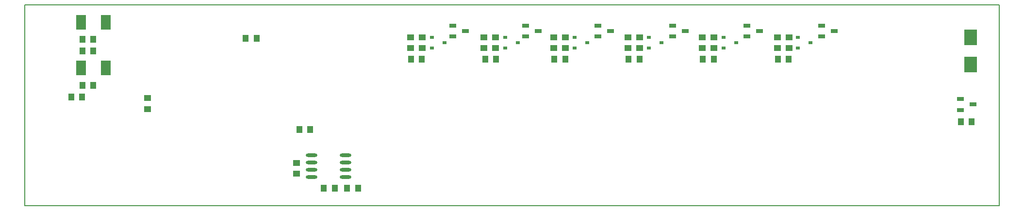
<source format=gbp>
G04 Layer_Color=128*
%FSLAX25Y25*%
%MOIN*%
G70*
G01*
G75*
%ADD16R,0.03937X0.04724*%
%ADD19R,0.09055X0.11024*%
%ADD27C,0.00500*%
%ADD42R,0.04724X0.03937*%
%ADD43O,0.07874X0.02400*%
%ADD44O,0.07874X0.02402*%
%ADD45R,0.07087X0.09843*%
%ADD46R,0.02953X0.02362*%
%ADD47R,0.04724X0.03150*%
D16*
X39567Y106299D02*
D03*
X47047D02*
D03*
X188660Y52200D02*
D03*
X196140D02*
D03*
X39567Y82677D02*
D03*
X47047D02*
D03*
X39567Y114173D02*
D03*
X47047D02*
D03*
X228940Y12100D02*
D03*
X221460D02*
D03*
X205460D02*
D03*
X212940D02*
D03*
X39340Y74700D02*
D03*
X31860D02*
D03*
X159240Y115000D02*
D03*
X151760D02*
D03*
X272740Y100500D02*
D03*
X265260D02*
D03*
X323740D02*
D03*
X316260D02*
D03*
X371240D02*
D03*
X363760D02*
D03*
X422240D02*
D03*
X414760D02*
D03*
X473240Y100700D02*
D03*
X465760D02*
D03*
X524740Y100500D02*
D03*
X517260D02*
D03*
X642897Y57648D02*
D03*
X650377D02*
D03*
D19*
X649606Y115748D02*
D03*
Y96850D02*
D03*
D27*
X-0Y-0D02*
X669291D01*
X669291Y-0D01*
Y137795D01*
X669291Y137795D02*
X669291Y137795D01*
X-0Y137795D02*
X669291D01*
X-0Y-0D02*
Y137795D01*
D42*
X186600Y29440D02*
D03*
Y21960D02*
D03*
X84200Y73840D02*
D03*
Y66360D02*
D03*
X265000Y115740D02*
D03*
Y108260D02*
D03*
X273000D02*
D03*
Y115740D02*
D03*
X315500D02*
D03*
Y108260D02*
D03*
X323500D02*
D03*
Y115740D02*
D03*
X363500D02*
D03*
Y108260D02*
D03*
X371500D02*
D03*
Y115740D02*
D03*
X414500D02*
D03*
Y108260D02*
D03*
X422500D02*
D03*
Y115740D02*
D03*
X473500D02*
D03*
Y108260D02*
D03*
X517000Y115740D02*
D03*
Y108260D02*
D03*
X465500D02*
D03*
Y115740D02*
D03*
X525000Y108260D02*
D03*
Y115740D02*
D03*
D43*
X196850Y19685D02*
D03*
Y29685D02*
D03*
Y34685D02*
D03*
X220472D02*
D03*
Y29685D02*
D03*
Y24685D02*
D03*
D44*
X196850D02*
D03*
X220472Y19685D02*
D03*
D45*
X38780Y94488D02*
D03*
X55709D02*
D03*
X38780Y125984D02*
D03*
X55709D02*
D03*
D46*
X288331Y112000D02*
D03*
X279669Y115740D02*
D03*
Y108260D02*
D03*
X338831Y112000D02*
D03*
X330169Y115740D02*
D03*
Y108260D02*
D03*
X386221Y112000D02*
D03*
X377559Y115740D02*
D03*
Y108260D02*
D03*
X437402Y112000D02*
D03*
X428740Y115740D02*
D03*
Y108260D02*
D03*
X488583Y112000D02*
D03*
X479921Y115740D02*
D03*
Y108260D02*
D03*
X539764Y112000D02*
D03*
X531102Y115740D02*
D03*
Y108260D02*
D03*
D47*
X294063Y123740D02*
D03*
Y116260D02*
D03*
X302725Y120000D02*
D03*
X344063Y123740D02*
D03*
Y116260D02*
D03*
X352725Y120000D02*
D03*
X393701Y123740D02*
D03*
Y116260D02*
D03*
X402362Y120000D02*
D03*
X444882Y123740D02*
D03*
Y116260D02*
D03*
X453544Y120000D02*
D03*
X496063Y123740D02*
D03*
Y116260D02*
D03*
X504725Y120000D02*
D03*
X547244Y123740D02*
D03*
Y116260D02*
D03*
X555906Y120000D02*
D03*
X642700Y73200D02*
D03*
Y65720D02*
D03*
X651361Y69460D02*
D03*
M02*

</source>
